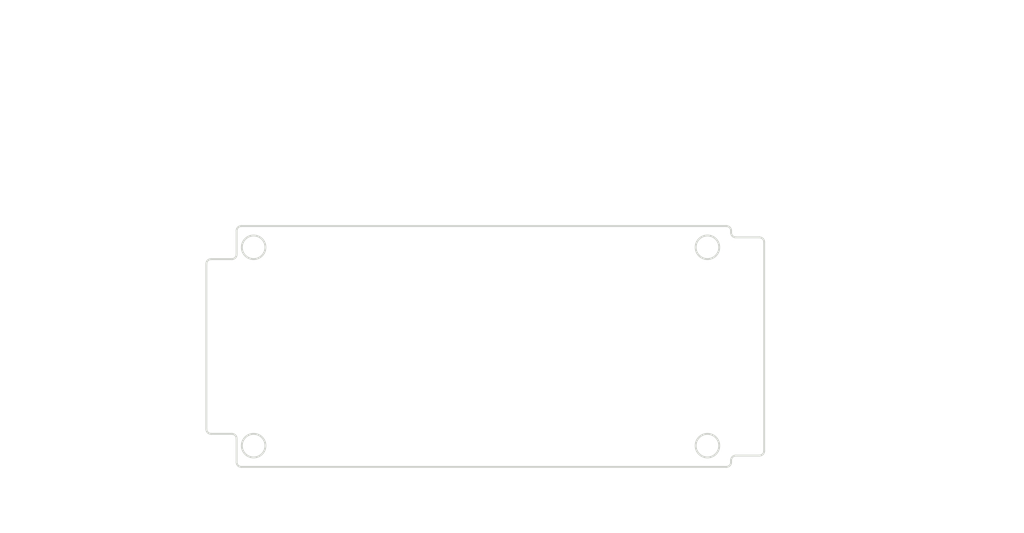
<source format=kicad_pcb>
(kicad_pcb (version 20171130) (host pcbnew "(5.1.0)-1")

  (general
    (thickness 1.6)
    (drawings 88)
    (tracks 0)
    (zones 0)
    (modules 0)
    (nets 1)
  )

  (page A4)
  (layers
    (0 F.Cu signal)
    (31 B.Cu signal)
    (32 B.Adhes user)
    (33 F.Adhes user)
    (34 B.Paste user)
    (35 F.Paste user)
    (36 B.SilkS user)
    (37 F.SilkS user)
    (38 B.Mask user)
    (39 F.Mask user)
    (40 Dwgs.User user)
    (41 Cmts.User user)
    (42 Eco1.User user)
    (43 Eco2.User user)
    (44 Edge.Cuts user)
    (45 Margin user)
    (46 B.CrtYd user)
    (47 F.CrtYd user)
    (48 B.Fab user)
    (49 F.Fab user)
  )

  (setup
    (last_trace_width 0.25)
    (trace_clearance 0.2)
    (zone_clearance 0.508)
    (zone_45_only no)
    (trace_min 0.2)
    (via_size 0.8)
    (via_drill 0.4)
    (via_min_size 0.4)
    (via_min_drill 0.3)
    (uvia_size 0.3)
    (uvia_drill 0.1)
    (uvias_allowed no)
    (uvia_min_size 0.2)
    (uvia_min_drill 0.1)
    (edge_width 0.05)
    (segment_width 0.2)
    (pcb_text_width 0.3)
    (pcb_text_size 1.5 1.5)
    (mod_edge_width 0.12)
    (mod_text_size 1 1)
    (mod_text_width 0.15)
    (pad_size 1.524 1.524)
    (pad_drill 0.762)
    (pad_to_mask_clearance 0.051)
    (solder_mask_min_width 0.25)
    (aux_axis_origin 0 0)
    (visible_elements FFFFFF7F)
    (pcbplotparams
      (layerselection 0x010fc_ffffffff)
      (usegerberextensions false)
      (usegerberattributes false)
      (usegerberadvancedattributes false)
      (creategerberjobfile false)
      (excludeedgelayer true)
      (linewidth 0.152400)
      (plotframeref false)
      (viasonmask false)
      (mode 1)
      (useauxorigin false)
      (hpglpennumber 1)
      (hpglpenspeed 20)
      (hpglpendiameter 15.000000)
      (psnegative false)
      (psa4output false)
      (plotreference true)
      (plotvalue true)
      (plotinvisibletext false)
      (padsonsilk false)
      (subtractmaskfromsilk false)
      (outputformat 1)
      (mirror false)
      (drillshape 1)
      (scaleselection 1)
      (outputdirectory ""))
  )

  (net 0 "")

  (net_class Default "This is the default net class."
    (clearance 0.2)
    (trace_width 0.25)
    (via_dia 0.8)
    (via_drill 0.4)
    (uvia_dia 0.3)
    (uvia_drill 0.1)
  )

  (gr_circle (center 164.830012 113.408606) (end 166.080012 113.408606) (layer Edge.Cuts) (width 0.2))
  (gr_circle (center 116.830012 92.408606) (end 118.080012 92.408606) (layer Edge.Cuts) (width 0.2))
  (gr_circle (center 164.830012 92.408606) (end 166.080012 92.408606) (layer Edge.Cuts) (width 0.2))
  (gr_circle (center 116.830012 113.408606) (end 118.080012 113.408606) (layer Edge.Cuts) (width 0.2))
  (gr_line (start 167.330012 90.858606) (end 167.330012 90.658606) (layer Edge.Cuts) (width 0.2))
  (gr_line (start 170.330012 91.358606) (end 167.830012 91.358606) (layer Edge.Cuts) (width 0.2))
  (gr_line (start 167.830012 114.458606) (end 170.330012 114.458606) (layer Edge.Cuts) (width 0.2))
  (gr_line (start 167.330012 115.158606) (end 167.330012 114.958606) (layer Edge.Cuts) (width 0.2))
  (gr_line (start 115.030012 112.658606) (end 115.030012 115.158606) (layer Edge.Cuts) (width 0.2))
  (gr_line (start 112.330012 112.158606) (end 114.530012 112.158606) (layer Edge.Cuts) (width 0.2))
  (gr_line (start 114.530012 93.658606) (end 112.330012 93.658606) (layer Edge.Cuts) (width 0.2))
  (gr_line (start 115.030012 90.658606) (end 115.030012 93.158606) (layer Edge.Cuts) (width 0.2))
  (gr_line (start 170.830012 113.958606) (end 170.830012 91.858606) (layer Edge.Cuts) (width 0.2))
  (gr_line (start 115.530012 115.658606) (end 166.830012 115.658606) (layer Edge.Cuts) (width 0.2))
  (gr_line (start 111.830012 94.158606) (end 111.830012 111.658606) (layer Edge.Cuts) (width 0.2))
  (gr_line (start 166.830012 90.158606) (end 115.530012 90.158606) (layer Edge.Cuts) (width 0.2))
  (gr_arc (start 166.830012 90.658606) (end 167.330012 90.658606) (angle -90) (layer Edge.Cuts) (width 0.2))
  (gr_arc (start 167.830012 90.858606) (end 167.330012 90.858606) (angle -90) (layer Edge.Cuts) (width 0.2))
  (gr_arc (start 170.330012 91.858606) (end 170.830012 91.858606) (angle -90) (layer Edge.Cuts) (width 0.2))
  (gr_arc (start 170.330012 113.958606) (end 170.330012 114.458606) (angle -90) (layer Edge.Cuts) (width 0.2))
  (gr_arc (start 167.830012 114.958606) (end 167.830012 114.458606) (angle -90) (layer Edge.Cuts) (width 0.2))
  (gr_arc (start 166.830012 115.158606) (end 166.830012 115.658606) (angle -90) (layer Edge.Cuts) (width 0.2))
  (gr_arc (start 115.530012 115.158606) (end 115.030012 115.158606) (angle -90) (layer Edge.Cuts) (width 0.2))
  (gr_arc (start 114.530012 112.658606) (end 115.030012 112.658606) (angle -90) (layer Edge.Cuts) (width 0.2))
  (gr_arc (start 112.330012 111.658606) (end 111.830012 111.658606) (angle -90) (layer Edge.Cuts) (width 0.2))
  (gr_arc (start 112.330012 94.158606) (end 112.330012 93.658606) (angle -90) (layer Edge.Cuts) (width 0.2))
  (gr_arc (start 114.530012 93.158606) (end 114.530012 93.658606) (angle -90) (layer Edge.Cuts) (width 0.2))
  (gr_arc (start 115.530012 90.658606) (end 115.530012 90.158606) (angle -90) (layer Edge.Cuts) (width 0.2))
  (gr_text [.13] (at 122.993845 86.670236) (layer Dwgs.User)
    (effects (font (size 1.7 1.53) (thickness 0.2125)))
  )
  (gr_text " 3.20" (at 122.993845 83.112221) (layer Dwgs.User)
    (effects (font (size 1.7 1.53) (thickness 0.2125)))
  )
  (gr_line (start 117.030012 84.780775) (end 119.609636 84.780775) (layer Dwgs.User) (width 0.2))
  (gr_line (start 109.830012 84.780775) (end 107.830012 84.780775) (layer Dwgs.User) (width 0.2))
  (gr_line (start 115.030012 89.658606) (end 115.030012 81.605775) (layer Dwgs.User) (width 0.2))
  (gr_line (start 111.830012 93.158606) (end 111.830012 81.605775) (layer Dwgs.User) (width 0.2))
  (gr_line (start 116.830012 113.498606) (end 116.830012 113.318606) (layer Dwgs.User) (width 0.2))
  (gr_line (start 116.740012 113.408606) (end 116.920012 113.408606) (layer Dwgs.User) (width 0.2))
  (gr_text " ∅2.50\n[∅0.10]" (at 128.435235 119.938097) (layer Dwgs.User)
    (effects (font (size 1.7 1.53) (thickness 0.2125)))
  )
  (gr_line (start 121.898366 119.938097) (end 118.822834 115.975932) (layer Dwgs.User) (width 0.2))
  (gr_line (start 123.898366 119.938097) (end 121.898366 119.938097) (layer Dwgs.User) (width 0.2))
  (gr_text [.09] (at 101.35583 85.765399) (layer Dwgs.User)
    (effects (font (size 1.7 1.53) (thickness 0.2125)))
  )
  (gr_text " 2.25" (at 101.35583 82.207963) (layer Dwgs.User)
    (effects (font (size 1.7 1.53) (thickness 0.2125)))
  )
  (gr_line (start 95.962344 83.875938) (end 97.962344 83.875938) (layer Dwgs.User) (width 0.2))
  (gr_line (start 95.962344 88.158606) (end 95.962344 83.875938) (layer Dwgs.User) (width 0.2))
  (gr_line (start 95.962344 94.408606) (end 95.962344 96.408606) (layer Dwgs.User) (width 0.2))
  (gr_line (start 115.830012 92.408606) (end 92.787344 92.408606) (layer Dwgs.User) (width 0.2))
  (gr_line (start 114.530012 90.158606) (end 92.787344 90.158606) (layer Dwgs.User) (width 0.2))
  (gr_text [.83] (at 94.032187 102.298067) (layer Dwgs.User)
    (effects (font (size 1.7 1.53) (thickness 0.2125)))
  )
  (gr_text " 21.00" (at 94.032187 98.740632) (layer Dwgs.User)
    (effects (font (size 1.7 1.53) (thickness 0.2125)))
  )
  (gr_line (start 94.032187 111.408606) (end 94.032187 103.966041) (layer Dwgs.User) (width 0.2))
  (gr_line (start 94.032187 94.408606) (end 94.032187 96.851171) (layer Dwgs.User) (width 0.2))
  (gr_line (start 115.830012 113.408606) (end 90.857187 113.408606) (layer Dwgs.User) (width 0.2))
  (gr_line (start 115.830012 92.408606) (end 90.857187 92.408606) (layer Dwgs.User) (width 0.2))
  (gr_text [2.09] (at 158.259547 81.212104) (layer Dwgs.User)
    (effects (font (size 1.7 1.53) (thickness 0.2125)))
  )
  (gr_text " 53.00" (at 158.259547 77.654089) (layer Dwgs.User)
    (effects (font (size 1.7 1.53) (thickness 0.2125)))
  )
  (gr_line (start 113.830012 79.322643) (end 154.214935 79.322643) (layer Dwgs.User) (width 0.2))
  (gr_line (start 162.830012 79.322643) (end 162.304158 79.322643) (layer Dwgs.User) (width 0.2))
  (gr_line (start 111.830012 93.158606) (end 111.830012 76.147643) (layer Dwgs.User) (width 0.2))
  (gr_line (start 164.830012 91.408606) (end 164.830012 76.147643) (layer Dwgs.User) (width 0.2))
  (gr_text [.73] (at 106.859614 102.726767) (layer Dwgs.User)
    (effects (font (size 1.7 1.53) (thickness 0.2125)))
  )
  (gr_text " 18.50" (at 106.859614 99.169331) (layer Dwgs.User)
    (effects (font (size 1.7 1.53) (thickness 0.2125)))
  )
  (gr_line (start 106.859614 110.158606) (end 106.859614 104.394741) (layer Dwgs.User) (width 0.2))
  (gr_line (start 106.859614 95.658606) (end 106.859614 97.27987) (layer Dwgs.User) (width 0.2))
  (gr_line (start 111.330012 112.158606) (end 103.684614 112.158606) (layer Dwgs.User) (width 0.2))
  (gr_line (start 111.330012 93.658606) (end 103.684614 93.658606) (layer Dwgs.User) (width 0.2))
  (gr_text [.91] (at 186.603438 99.229622) (layer Dwgs.User)
    (effects (font (size 1.7 1.53) (thickness 0.2125)))
  )
  (gr_text " 23.10" (at 186.603438 95.671607) (layer Dwgs.User)
    (effects (font (size 1.7 1.53) (thickness 0.2125)))
  )
  (gr_line (start 186.603438 112.458606) (end 186.603438 100.898176) (layer Dwgs.User) (width 0.2))
  (gr_line (start 186.603438 93.358606) (end 186.603438 93.782146) (layer Dwgs.User) (width 0.2))
  (gr_line (start 171.330012 114.458606) (end 189.778438 114.458606) (layer Dwgs.User) (width 0.2))
  (gr_line (start 171.330012 91.358606) (end 189.778438 91.358606) (layer Dwgs.User) (width 0.2))
  (gr_text [1.00] (at 194.297286 99.798067) (layer Dwgs.User)
    (effects (font (size 1.7 1.53) (thickness 0.2125)))
  )
  (gr_text " 25.50" (at 194.297286 96.240632) (layer Dwgs.User)
    (effects (font (size 1.7 1.53) (thickness 0.2125)))
  )
  (gr_line (start 194.297286 113.658606) (end 194.297286 101.466041) (layer Dwgs.User) (width 0.2))
  (gr_line (start 194.297286 92.158606) (end 194.297286 94.351171) (layer Dwgs.User) (width 0.2))
  (gr_line (start 167.830012 115.658606) (end 197.472286 115.658606) (layer Dwgs.User) (width 0.2))
  (gr_line (start 167.830012 90.158606) (end 197.472286 90.158606) (layer Dwgs.User) (width 0.2))
  (gr_text [2.06] (at 151.788216 76.425146) (layer Dwgs.User)
    (effects (font (size 1.7 1.53) (thickness 0.2125)))
  )
  (gr_text " 52.30" (at 151.788216 72.867131) (layer Dwgs.User)
    (effects (font (size 1.7 1.53) (thickness 0.2125)))
  )
  (gr_line (start 117.030012 74.535685) (end 147.743605 74.535685) (layer Dwgs.User) (width 0.2))
  (gr_line (start 165.330012 74.535685) (end 155.832828 74.535685) (layer Dwgs.User) (width 0.2))
  (gr_line (start 115.030012 89.658606) (end 115.030012 71.360685) (layer Dwgs.User) (width 0.2))
  (gr_line (start 167.330012 89.658606) (end 167.330012 71.360685) (layer Dwgs.User) (width 0.2))
  (gr_text [2.32] (at 160.890199 71.392702) (layer Dwgs.User)
    (effects (font (size 1.7 1.53) (thickness 0.2125)))
  )
  (gr_text " 59.00" (at 160.890199 67.835267) (layer Dwgs.User)
    (effects (font (size 1.7 1.53) (thickness 0.2125)))
  )
  (gr_line (start 113.830012 69.503241) (end 156.845587 69.503241) (layer Dwgs.User) (width 0.2))
  (gr_line (start 168.830012 69.503241) (end 164.93481 69.503241) (layer Dwgs.User) (width 0.2))
  (gr_line (start 111.830012 93.158606) (end 111.830012 66.328241) (layer Dwgs.User) (width 0.2))
  (gr_line (start 170.830012 90.858606) (end 170.830012 66.328241) (layer Dwgs.User) (width 0.2))

)

</source>
